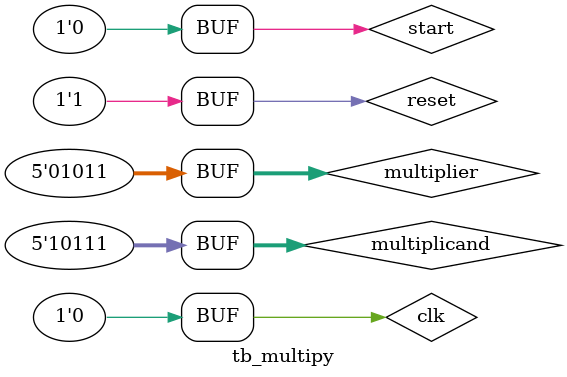
<source format=v>
module tb_multipy;
	parameter dp_width=5;
	wire [dp_width*2-1:0] product;
	wire ready;
	reg [dp_width-1:0] multiplier,multiplicand;
	reg reset,clk,start;
	reg mismatched;
	
	seq_multi multi (clk, reset, multiplier, multiplicand, start, product,ready);
	
	initial begin
		clk=0;
		repeat(26) #5 clk=~clk;
	end
	
	initial begin
		start=0;
		reset=0;
		#2 start=1;
		reset=1;
		multiplicand=5'b10111;
		multiplier= 5'b01011;
		#10 start=0;
	end
	initial mismatched=(product!=(multiplicand*multiplier));
endmodule
</source>
